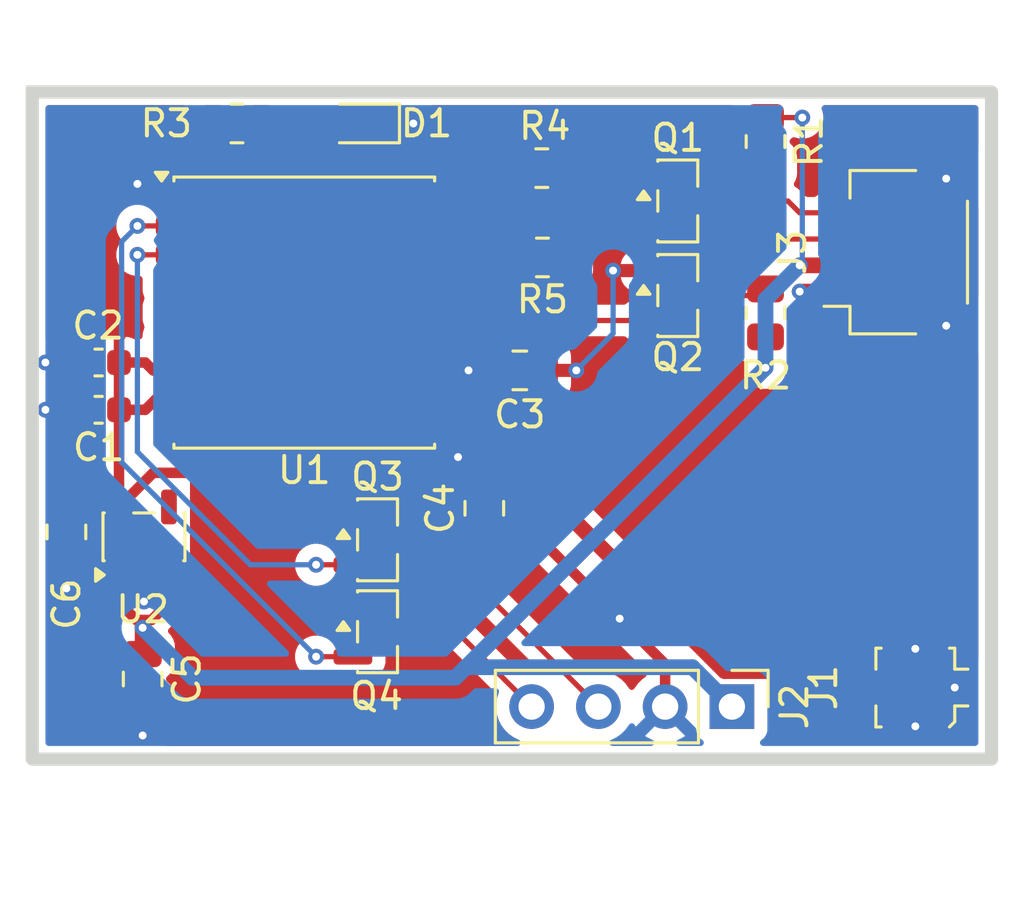
<source format=kicad_pcb>
(kicad_pcb (version 20241229) (generator "pcbnew") (generator_version "9.0")
  (layers (0 "F.Cu" signal) (2 "B.Cu" signal) (13 "F.Paste" user) (15 "B.Paste" user) (5 "F.SilkS" user "F.Silkscreen") (7 "B.SilkS" user "B.Silkscreen") (1 "F.Mask" user) (3 "B.Mask" user) (25 "Edge.Cuts" user))
  (net 0 "")
  (net 1 "GND")
  (net 2 "+3V3")
  (net 3 "/VCC")
  (net 4 "Net-(D1-A)")
  (net 5 "Net-(J1-In)")
  (net 6 "/RX")
  (net 7 "/TX")
  (net 8 "/SDA")
  (net 9 "/SCL")
  (net 10 "/SCL_3V")
  (net 11 "/SDA_3V")
  (net 12 "/RX_3V")
  (net 13 "/TX_3V")
  (footprint "Capacitor_SMD:C_0805_2012Metric" (layer "F.Cu") (at 169.6 104.85 -90)
    (property "Reference" "C6" (at 2.75 0 90) (layer "F.SilkS"))
    (property "Value" "10u")
    (fp_line (start -0.261252 0.735) (end 0.261252 0.735) (stroke (width 0.12)) (layer "F.SilkS"))
    (fp_line (start -0.261252 -0.735) (end 0.261252 -0.735) (stroke (width 0.12)) (layer "F.SilkS"))
    (pad "1" smd roundrect (at -0.95 0 270) (size 1 1.45) (layers "F.Cu" "F.Mask" "F.Paste") (net 2 "+3V3"))
    (pad "2" smd roundrect (at 0.95 0 270) (size 1 1.45) (layers "F.Cu" "F.Mask" "F.Paste") (net 1 "GND"))
  )
  (footprint "Package_TO_SOT_SMD:SOT-23-5" (layer "F.Cu") (at 172.55 105.0375 90)
    (property "Reference" "U2" (at -2.7625 -0.05 180) (layer "F.SilkS"))
    (property "Value" "AP2112K-3.3")
    (fp_line (start 0.91 -1.56) (end 0.91 -1.51) (stroke (width 0.12)) (layer "F.SilkS"))
    (fp_line (start -0.91 -1.56) (end 0.91 -1.56) (stroke (width 0.12)) (layer "F.SilkS"))
    (fp_line (start -0.91 -1.51) (end -0.91 -1.56) (stroke (width 0.12)) (layer "F.SilkS"))
    (fp_line (start 0.91 -0.39) (end 0.91 0.39) (stroke (width 0.12)) (layer "F.SilkS"))
    (fp_line (start 0.91 1.51) (end 0.91 1.56) (stroke (width 0.12)) (layer "F.SilkS"))
    (fp_line (start 0.91 1.56) (end -0.91 1.56) (stroke (width 0.12)) (layer "F.SilkS"))
    (fp_line (start -0.91 1.56) (end -0.91 1.51) (stroke (width 0.12)) (layer "F.SilkS"))
    (fp_poly (pts (xy -1.45 -1.51) (xy -1.69 -1.84) (xy -1.21 -1.84)) (stroke (width 0.12)) (fill yes) (layer "F.SilkS"))
    (pad "1" smd roundrect (at -1.1375 -0.95 90) (size 1.325 0.6) (layers "F.Cu" "F.Mask" "F.Paste") (net 3 "/VCC"))
    (pad "2" smd roundrect (at -1.1375 0 90) (size 1.325 0.6) (layers "F.Cu" "F.Mask" "F.Paste") (net 1 "GND"))
    (pad "3" smd roundrect (at -1.1375 0.95 90) (size 1.325 0.6) (layers "F.Cu" "F.Mask" "F.Paste") (net 3 "/VCC"))
    (pad "4" smd roundrect (at 1.1375 0.95 90) (size 1.325 0.6) (layers "F.Cu" "F.Mask" "F.Paste"))
    (pad "5" smd roundrect (at 1.1375 -0.95 90) (size 1.325 0.6) (layers "F.Cu" "F.Mask" "F.Paste") (net 2 "+3V3"))
  )
  (footprint "Package_TO_SOT_SMD:SOT-23" (layer "F.Cu") (at 192.8625 92.25)
    (property "Reference" "Q1" (at 0 -2.4 0) (layer "F.SilkS"))
    (property "Value" "BSS138")
    (fp_line (start -0.76 -1.56) (end 0.76 -1.56) (stroke (width 0.12)) (layer "F.SilkS"))
    (fp_line (start -0.76 -1.51) (end -0.76 -1.56) (stroke (width 0.12)) (layer "F.SilkS"))
    (fp_line (start -0.76 0.39) (end -0.76 -0.39) (stroke (width 0.12)) (layer "F.SilkS"))
    (fp_line (start -0.76 1.56) (end -0.76 1.51) (stroke (width 0.12)) (layer "F.SilkS"))
    (fp_line (start 0.76 -1.56) (end 0.76 -0.56) (stroke (width 0.12)) (layer "F.SilkS"))
    (fp_line (start 0.76 0.56) (end 0.76 1.56) (stroke (width 0.12)) (layer "F.SilkS"))
    (fp_line (start 0.76 1.56) (end -0.76 1.56) (stroke (width 0.12)) (layer "F.SilkS"))
    (fp_poly (pts (xy -1.3 -0.38) (xy -1.06 -0.05) (xy -1.54 -0.05)) (stroke (width 0.12)) (fill yes) (layer "F.SilkS"))
    (pad "1" smd roundrect (at -0.9375 -0.95) (size 1.475 0.6) (layers "F.Cu" "F.Mask" "F.Paste") (net 2 "+3V3"))
    (pad "2" smd roundrect (at -0.9375 0.95) (size 1.475 0.6) (layers "F.Cu" "F.Mask" "F.Paste") (net 10 "/SCL_3V"))
    (pad "3" smd roundrect (at 0.9375 0) (size 1.475 0.6) (layers "F.Cu" "F.Mask" "F.Paste") (net 9 "/SCL"))
  )
  (footprint "Resistor_SMD:R_0805_2012Metric" (layer "F.Cu") (at 187.6875 91 180)
    (property "Reference" "R4" (at -0.1125 1.6 0) (layer "F.SilkS"))
    (property "Value" "10k")
    (fp_line (start -0.227064 0.735) (end 0.227064 0.735) (stroke (width 0.12)) (layer "F.SilkS"))
    (fp_line (start -0.227064 -0.735) (end 0.227064 -0.735) (stroke (width 0.12)) (layer "F.SilkS"))
    (pad "1" smd roundrect (at -0.9125 0 180) (size 1.025 1.4) (layers "F.Cu" "F.Mask" "F.Paste") (roundrect_rratio 0.243902) (net 2 "+3V3"))
    (pad "2" smd roundrect (at 0.9125 0 180) (size 1.025 1.4) (layers "F.Cu" "F.Mask" "F.Paste") (roundrect_rratio 0.243902) (net 10 "/SCL_3V"))
  )
  (footprint "Capacitor_SMD:C_0603_1608Metric" (layer "F.Cu") (at 170.825 98.4 180)
    (property "Reference" "C2" (at 0.025 1.4 0) (layer "F.SilkS"))
    (property "Value" "100n")
    (fp_line (start -0.14058 0.51) (end 0.14058 0.51) (stroke (width 0.12)) (layer "F.SilkS"))
    (fp_line (start -0.14058 -0.51) (end 0.14058 -0.51) (stroke (width 0.12)) (layer "F.SilkS"))
    (pad "1" smd roundrect (at -0.775 0 180) (size 0.9 0.95) (layers "F.Cu" "F.Mask" "F.Paste") (net 2 "+3V3"))
    (pad "2" smd roundrect (at 0.775 0 180) (size 0.9 0.95) (layers "F.Cu" "F.Mask" "F.Paste") (net 1 "GND"))
  )
  (footprint "Capacitor_SMD:C_0805_2012Metric" (layer "F.Cu") (at 186.85 98.7 180)
    (property "Reference" "C3" (at 0 -1.68 0) (layer "F.SilkS"))
    (property "Value" "10u")
    (fp_line (start -0.261252 0.735) (end 0.261252 0.735) (stroke (width 0.12)) (layer "F.SilkS"))
    (fp_line (start -0.261252 -0.735) (end 0.261252 -0.735) (stroke (width 0.12)) (layer "F.SilkS"))
    (pad "1" smd roundrect (at -0.95 0 180) (size 1 1.45) (layers "F.Cu" "F.Mask" "F.Paste") (net 2 "+3V3"))
    (pad "2" smd roundrect (at 0.95 0 180) (size 1 1.45) (layers "F.Cu" "F.Mask" "F.Paste") (net 1 "GND"))
  )
  (footprint "Package_TO_SOT_SMD:SOT-23" (layer "F.Cu") (at 181.4375 105.15)
    (property "Reference" "Q3" (at 0 -2.4 0) (layer "F.SilkS"))
    (property "Value" "BSS138")
    (fp_line (start -0.76 -1.56) (end 0.76 -1.56) (stroke (width 0.12)) (layer "F.SilkS"))
    (fp_line (start -0.76 -1.51) (end -0.76 -1.56) (stroke (width 0.12)) (layer "F.SilkS"))
    (fp_line (start -0.76 0.39) (end -0.76 -0.39) (stroke (width 0.12)) (layer "F.SilkS"))
    (fp_line (start -0.76 1.56) (end -0.76 1.51) (stroke (width 0.12)) (layer "F.SilkS"))
    (fp_line (start 0.76 -1.56) (end 0.76 -0.56) (stroke (width 0.12)) (layer "F.SilkS"))
    (fp_line (start 0.76 0.56) (end 0.76 1.56) (stroke (width 0.12)) (layer "F.SilkS"))
    (fp_line (start 0.76 1.56) (end -0.76 1.56) (stroke (width 0.12)) (layer "F.SilkS"))
    (fp_poly (pts (xy -1.3 -0.38) (xy -1.06 -0.05) (xy -1.54 -0.05)) (stroke (width 0.12)) (fill yes) (layer "F.SilkS"))
    (pad "1" smd roundrect (at -0.9375 -0.95) (size 1.475 0.6) (layers "F.Cu" "F.Mask" "F.Paste") (net 2 "+3V3"))
    (pad "2" smd roundrect (at -0.9375 0.95) (size 1.475 0.6) (layers "F.Cu" "F.Mask" "F.Paste") (net 12 "/RX_3V"))
    (pad "3" smd roundrect (at 0.9375 0) (size 1.475 0.6) (layers "F.Cu" "F.Mask" "F.Paste") (net 6 "/RX"))
  )
  (footprint "LED_SMD:LED_0603_1608Metric" (layer "F.Cu") (at 180.7875 89.3 180)
    (property "Reference" "D1" (at -2.5125 0 0) (layer "F.SilkS"))
    (property "Value" "LED")
    (fp_line (start 0.8 -0.735) (end -1.485 -0.735) (stroke (width 0.12)) (layer "F.SilkS"))
    (fp_line (start -1.485 0.735) (end 0.8 0.735) (stroke (width 0.12)) (layer "F.SilkS"))
    (fp_line (start -1.485 -0.735) (end -1.485 0.735) (stroke (width 0.12)) (layer "F.SilkS"))
    (pad "1" smd roundrect (at -0.7875 0 180) (size 0.875 0.95) (layers "F.Cu" "F.Mask" "F.Paste") (net 1 "GND"))
    (pad "2" smd roundrect (at 0.7875 0 180) (size 0.875 0.95) (layers "F.Cu" "F.Mask" "F.Paste") (net 4 "Net-(D1-A)"))
  )
  (footprint "Resistor_SMD:R_0805_2012Metric" (layer "F.Cu") (at 187.7125 94.4)
    (property "Reference" "R5" (at 0 1.6 0) (layer "F.SilkS"))
    (property "Value" "10k")
    (fp_line (start -0.227064 -0.735) (end 0.227064 -0.735) (stroke (width 0.12)) (layer "F.SilkS"))
    (fp_line (start -0.227064 0.735) (end 0.227064 0.735) (stroke (width 0.12)) (layer "F.SilkS"))
    (pad "1" smd roundrect (at -0.9125 0) (size 1.025 1.4) (layers "F.Cu" "F.Mask" "F.Paste") (roundrect_rratio 0.243902) (net 11 "/SDA_3V"))
    (pad "2" smd roundrect (at 0.9125 0) (size 1.025 1.4) (layers "F.Cu" "F.Mask" "F.Paste") (roundrect_rratio 0.243902) (net 2 "+3V3"))
  )
  (footprint "Resistor_SMD:R_0805_2012Metric" (layer "F.Cu") (at 196.2 96.5125 -90)
    (property "Reference" "R2" (at 2.3875 0 180) (layer "F.SilkS"))
    (property "Value" "10k")
    (fp_line (start -0.227064 0.735) (end 0.227064 0.735) (stroke (width 0.12)) (layer "F.SilkS"))
    (fp_line (start -0.227064 -0.735) (end 0.227064 -0.735) (stroke (width 0.12)) (layer "F.SilkS"))
    (pad "1" smd roundrect (at -0.9125 0 270) (size 1.025 1.4) (layers "F.Cu" "F.Mask" "F.Paste") (roundrect_rratio 0.243902) (net 8 "/SDA"))
    (pad "2" smd roundrect (at 0.9125 0 270) (size 1.025 1.4) (layers "F.Cu" "F.Mask" "F.Paste") (roundrect_rratio 0.243902) (net 3 "/VCC"))
  )
  (footprint "Package_TO_SOT_SMD:SOT-23" (layer "F.Cu") (at 192.8625 95.85)
    (property "Reference" "Q2" (at 0 2.35 0) (layer "F.SilkS"))
    (property "Value" "BSS138")
    (fp_line (start -0.76 -1.56) (end 0.76 -1.56) (stroke (width 0.12)) (layer "F.SilkS"))
    (fp_line (start -0.76 -1.51) (end -0.76 -1.56) (stroke (width 0.12)) (layer "F.SilkS"))
    (fp_line (start -0.76 0.39) (end -0.76 -0.39) (stroke (width 0.12)) (layer "F.SilkS"))
    (fp_line (start -0.76 1.56) (end -0.76 1.51) (stroke (width 0.12)) (layer "F.SilkS"))
    (fp_line (start 0.76 -1.56) (end 0.76 -0.56) (stroke (width 0.12)) (layer "F.SilkS"))
    (fp_line (start 0.76 0.56) (end 0.76 1.56) (stroke (width 0.12)) (layer "F.SilkS"))
    (fp_line (start 0.76 1.56) (end -0.76 1.56) (stroke (width 0.12)) (layer "F.SilkS"))
    (fp_poly (pts (xy -1.3 -0.38) (xy -1.06 -0.05) (xy -1.54 -0.05)) (stroke (width 0.12)) (fill yes) (layer "F.SilkS"))
    (pad "1" smd roundrect (at -0.9375 -0.95) (size 1.475 0.6) (layers "F.Cu" "F.Mask" "F.Paste") (net 2 "+3V3"))
    (pad "2" smd roundrect (at -0.9375 0.95) (size 1.475 0.6) (layers "F.Cu" "F.Mask" "F.Paste") (net 11 "/SDA_3V"))
    (pad "3" smd roundrect (at 0.9375 0) (size 1.475 0.6) (layers "F.Cu" "F.Mask" "F.Paste") (net 8 "/SDA"))
  )
  (footprint "Resistor_SMD:R_0805_2012Metric" (layer "F.Cu") (at 176.0875 89.3 180)
    (property "Reference" "R3" (at 2.6875 0 0) (layer "F.SilkS"))
    (property "Value" "1k")
    (fp_line (start -0.227064 0.735) (end 0.227064 0.735) (stroke (width 0.12)) (layer "F.SilkS"))
    (fp_line (start -0.227064 -0.735) (end 0.227064 -0.735) (stroke (width 0.12)) (layer "F.SilkS"))
    (pad "1" smd roundrect (at -0.9125 0 180) (size 1.025 1.4) (layers "F.Cu" "F.Mask" "F.Paste") (roundrect_rratio 0.243902) (net 4 "Net-(D1-A)"))
    (pad "2" smd roundrect (at 0.9125 0 180) (size 1.025 1.4) (layers "F.Cu" "F.Mask" "F.Paste") (roundrect_rratio 0.243902) (net 2 "+3V3"))
  )
  (footprint "Connector_PinHeader_2.54mm:PinHeader_1x04_P2.54mm_Vertical" (layer "F.Cu") (at 194.92 111.5 -90)
    (property "Reference" "J2" (at 0 -2.38 90) (layer "F.SilkS"))
    (property "Value" "Conn_01x04_Socket")
    (fp_line (start -1.38 9) (end 1.38 9) (stroke (width 0.12)) (layer "F.SilkS"))
    (fp_line (start -1.38 1.27) (end -1.38 9) (stroke (width 0.12)) (layer "F.SilkS"))
    (fp_line (start -1.38 1.27) (end 1.38 1.27) (stroke (width 0.12)) (layer "F.SilkS"))
    (fp_line (start 1.38 1.27) (end 1.38 9) (stroke (width 0.12)) (layer "F.SilkS"))
    (fp_line (start -1.38 0) (end -1.38 -1.38) (stroke (width 0.12)) (layer "F.SilkS"))
    (fp_line (start -1.38 -1.38) (end 0 -1.38) (stroke (width 0.12)) (layer "F.SilkS"))
    (pad "1" thru_hole rect (at 0 0 270) (size 1.7 1.7) (drill 1) (layers "*.Cu" "*.Mask") (net 3 "/VCC"))
    (pad "2" thru_hole circle (at 0 2.54 270) (size 1.7 1.7) (drill 1) (layers "*.Cu" "*.Mask") (net 1 "GND"))
    (pad "3" thru_hole circle (at 0 5.08 270) (size 1.7 1.7) (drill 1) (layers "*.Cu" "*.Mask") (net 6 "/RX"))
    (pad "4" thru_hole circle (at 0 7.62 270) (size 1.7 1.7) (drill 1) (layers "*.Cu" "*.Mask") (net 7 "/TX"))
  )
  (footprint "Package_TO_SOT_SMD:SOT-23" (layer "F.Cu") (at 181.4375 108.65)
    (property "Reference" "Q4" (at -0.0375 2.45 0) (layer "F.SilkS"))
    (property "Value" "BSS138")
    (fp_line (start -0.76 -1.56) (end 0.76 -1.56) (stroke (width 0.12)) (layer "F.SilkS"))
    (fp_line (start -0.76 -1.51) (end -0.76 -1.56) (stroke (width 0.12)) (layer "F.SilkS"))
    (fp_line (start -0.76 0.39) (end -0.76 -0.39) (stroke (width 0.12)) (layer "F.SilkS"))
    (fp_line (start -0.76 1.56) (end -0.76 1.51) (stroke (width 0.12)) (layer "F.SilkS"))
    (fp_line (start 0.76 -1.56) (end 0.76 -0.56) (stroke (width 0.12)) (layer "F.SilkS"))
    (fp_line (start 0.76 0.56) (end 0.76 1.56) (stroke (width 0.12)) (layer "F.SilkS"))
    (fp_line (start 0.76 1.56) (end -0.76 1.56) (stroke (width 0.12)) (layer "F.SilkS"))
    (fp_poly (pts (xy -1.3 -0.38) (xy -1.06 -0.05) (xy -1.54 -0.05)) (stroke (width 0.12)) (fill yes) (layer "F.SilkS"))
    (pad "1" smd roundrect (at -0.9375 -0.95) (size 1.475 0.6) (layers "F.Cu" "F.Mask" "F.Paste") (net 2 "+3V3"))
    (pad "2" smd roundrect (at -0.9375 0.95) (size 1.475 0.6) (layers "F.Cu" "F.Mask" "F.Paste") (net 13 "/TX_3V"))
    (pad "3" smd roundrect (at 0.9375 0) (size 1.475 0.6) (layers "F.Cu" "F.Mask" "F.Paste") (net 7 "/TX"))
  )
  (footprint "RF_GPS:ublox_MAX" (layer "F.Cu") (at 178.65 96.5)
    (property "Reference" "U1" (at 0 6 0) (layer "F.SilkS"))
    (property "Value" "MAX-M10S")
    (fp_line (start -4.96 -5.16) (end -4.96 -5.01) (stroke (width 0.12)) (layer "F.SilkS"))
    (fp_line (start -4.96 -5.16) (end 4.96 -5.16) (stroke (width 0.12)) (layer "F.SilkS"))
    (fp_line (start -4.96 5.01) (end -4.96 5.16) (stroke (width 0.12)) (layer "F.SilkS"))
    (fp_line (start -4.96 5.16) (end 4.96 5.16) (stroke (width 0.12)) (layer "F.SilkS"))
    (fp_line (start 4.96 -5.16) (end 4.96 -5.01) (stroke (width 0.12)) (layer "F.SilkS"))
    (fp_line (start 4.96 5.01) (end 4.96 5.16) (stroke (width 0.12)) (layer "F.SilkS"))
    (fp_poly (pts (xy -5.43 -5.01) (xy -5.67 -5.34) (xy -5.19 -5.34) (xy -5.43 -5.01)) (stroke (width 0.12)) (fill yes) (layer "F.SilkS"))
    (pad "1" smd roundrect (at -4.75 -4.4) (size 1.8 0.7) (layers "F.Cu" "F.Mask" "F.Paste") (net 1 "GND"))
    (pad "2" smd roundrect (at -4.75 -3.3) (size 1.8 0.8) (layers "F.Cu" "F.Mask" "F.Paste") (net 13 "/TX_3V"))
    (pad "3" smd roundrect (at -4.75 -2.2) (size 1.8 0.8) (layers "F.Cu" "F.Mask" "F.Paste") (net 12 "/RX_3V"))
    (pad "4" smd roundrect (at -4.75 -1.1) (size 1.8 0.8) (layers "F.Cu" "F.Mask" "F.Paste"))
    (pad "5" smd roundrect (at -4.75 0) (size 1.8 0.8) (layers "F.Cu" "F.Mask" "F.Paste"))
    (pad "6" smd roundrect (at -4.75 1.1) (size 1.8 0.8) (layers "F.Cu" "F.Mask" "F.Paste"))
    (pad "7" smd roundrect (at -4.75 2.2) (size 1.8 0.8) (layers "F.Cu" "F.Mask" "F.Paste") (net 2 "+3V3"))
    (pad "8" smd roundrect (at -4.75 3.3) (size 1.8 0.8) (layers "F.Cu" "F.Mask" "F.Paste") (net 2 "+3V3"))
    (pad "9" smd roundrect (at -4.75 4.4) (size 1.8 0.7) (layers "F.Cu" "F.Mask" "F.Paste"))
    (pad "10" smd roundrect (at 4.75 4.4) (size 1.8 0.7) (layers "F.Cu" "F.Mask" "F.Paste") (net 1 "GND"))
    (pad "11" smd roundrect (at 4.75 3.3) (size 1.8 0.8) (layers "F.Cu" "F.Mask" "F.Paste") (net 5 "Net-(J1-In)"))
    (pad "12" smd roundrect (at 4.75 2.2) (size 1.8 0.8) (layers "F.Cu" "F.Mask" "F.Paste") (net 1 "GND"))
    (pad "13" smd roundrect (at 4.75 1.1) (size 1.8 0.8) (layers "F.Cu" "F.Mask" "F.Paste"))
    (pad "14" smd roundrect (at 4.75 0) (size 1.8 0.8) (layers "F.Cu" "F.Mask" "F.Paste"))
    (pad "15" smd roundrect (at 4.75 -1.1) (size 1.8 0.8) (layers "F.Cu" "F.Mask" "F.Paste"))
    (pad "16" smd roundrect (at 4.75 -2.2) (size 1.8 0.8) (layers "F.Cu" "F.Mask" "F.Paste") (net 11 "/SDA_3V"))
    (pad "17" smd roundrect (at 4.75 -3.3) (size 1.8 0.8) (layers "F.Cu" "F.Mask" "F.Paste") (net 10 "/SCL_3V"))
    (pad "18" smd roundrect (at 4.75 -4.4) (size 1.8 0.7) (layers "F.Cu" "F.Mask" "F.Paste"))
  )
  (footprint "Capacitor_SMD:C_0805_2012Metric" (layer "F.Cu") (at 185.5 103.95 90)
    (property "Reference" "C4" (at 0 -1.68 90) (layer "F.SilkS"))
    (property "Value" "10u")
    (fp_line (start -0.261252 -0.735) (end 0.261252 -0.735) (stroke (width 0.12)) (layer "F.SilkS"))
    (fp_line (start -0.261252 0.735) (end 0.261252 0.735) (stroke (width 0.12)) (layer "F.SilkS"))
    (pad "1" smd roundrect (at -0.95 0 90) (size 1 1.45) (layers "F.Cu" "F.Mask" "F.Paste") (net 2 "+3V3"))
    (pad "2" smd roundrect (at 0.95 0 90) (size 1 1.45) (layers "F.Cu" "F.Mask" "F.Paste") (net 1 "GND"))
  )
  (footprint "Resistor_SMD:R_0805_2012Metric" (layer "F.Cu") (at 196.2 89.9875 -90)
    (property "Reference" "R1" (at 0 -1.65 90) (layer "F.SilkS"))
    (property "Value" "10k")
    (fp_line (start -0.227064 0.735) (end 0.227064 0.735) (stroke (width 0.12)) (layer "F.SilkS"))
    (fp_line (start -0.227064 -0.735) (end 0.227064 -0.735) (stroke (width 0.12)) (layer "F.SilkS"))
    (pad "1" smd roundrect (at -0.9125 0 270) (size 1.025 1.4) (layers "F.Cu" "F.Mask" "F.Paste") (roundrect_rratio 0.243902) (net 3 "/VCC"))
    (pad "2" smd roundrect (at 0.9125 0 270) (size 1.025 1.4) (layers "F.Cu" "F.Mask" "F.Paste") (roundrect_rratio 0.243902) (net 9 "/SCL"))
  )
  (footprint "Capacitor_SMD:C_0805_2012Metric" (layer "F.Cu") (at 172.5 110.45 -90)
    (property "Reference" "C5" (at 0 -1.68 90) (layer "F.SilkS"))
    (property "Value" "10u")
    (fp_line (start -0.261252 0.735) (end 0.261252 0.735) (stroke (width 0.12)) (layer "F.SilkS"))
    (fp_line (start -0.261252 -0.735) (end 0.261252 -0.735) (stroke (width 0.12)) (layer "F.SilkS"))
    (pad "1" smd roundrect (at -0.95 0 270) (size 1 1.45) (layers "F.Cu" "F.Mask" "F.Paste") (net 3 "/VCC"))
    (pad "2" smd roundrect (at 0.95 0 270) (size 1 1.45) (layers "F.Cu" "F.Mask" "F.Paste") (net 1 "GND"))
  )
  (footprint "Connector_JST:JST_SH_SM04B-SRSS-TB_1x04-1MP_P1.00mm_Horizontal" (layer "F.Cu") (at 201.2 94.2 90)
    (property "Reference" "J3" (at 0 -3.98 90) (layer "F.SilkS"))
    (property "Value" "Conn_01x04_MountingPin")
    (fp_line (start 3.11 -1.785) (end 2.06 -1.785) (stroke (width 0.12)) (layer "F.SilkS"))
    (fp_line (start -2.06 -1.785) (end -2.06 -2.775) (stroke (width 0.12)) (layer "F.SilkS"))
    (fp_line (start -3.11 -1.785) (end -2.06 -1.785) (stroke (width 0.12)) (layer "F.SilkS"))
    (fp_line (start 3.11 0.715) (end 3.11 -1.785) (stroke (width 0.12)) (layer "F.SilkS"))
    (fp_line (start -3.11 0.715) (end -3.11 -1.785) (stroke (width 0.12)) (layer "F.SilkS"))
    (fp_line (start -1.94 2.685) (end 1.94 2.685) (stroke (width 0.12)) (layer "F.SilkS"))
    (pad "1" smd roundrect (at -1.5 -2 90) (size 0.6 1.55) (layers "F.Cu" "F.Mask" "F.Paste") (net 1 "GND"))
    (pad "2" smd roundrect (at -0.5 -2 90) (size 0.6 1.55) (layers "F.Cu" "F.Mask" "F.Paste") (net 3 "/VCC"))
    (pad "3" smd roundrect (at 0.5 -2 90) (size 0.6 1.55) (layers "F.Cu" "F.Mask" "F.Paste") (net 8 "/SDA"))
    (pad "4" smd roundrect (at 1.5 -2 90) (size 0.6 1.55) (layers "F.Cu" "F.Mask" "F.Paste") (net 9 "/SCL"))
    (pad "MP" smd roundrect (at -2.8 1.875 90) (size 1.2 1.8) (layers "F.Cu" "F.Mask" "F.Paste") (roundrect_rratio 0.208333) (net 1 "GND"))
    (pad "MP" smd roundrect (at 2.8 1.875 90) (size 1.2 1.8) (layers "F.Cu" "F.Mask" "F.Paste") (roundrect_rratio 0.208333) (net 1 "GND"))
  )
  (footprint "Connector_Coaxial:U.FL_Molex_MCRF_73412-0110_Vertical" (layer "F.Cu") (at 201.9 110.775 -90)
    (property "Reference" "J1" (at 0 3.5 90) (layer "F.SilkS"))
    (property "Value" "Conn_Coaxial")
    (fp_line (start -1.5 1.5) (end -1.5 1.3) (stroke (width 0.12)) (layer "F.SilkS"))
    (fp_line (start -0.7 1.5) (end -1.5 1.5) (stroke (width 0.12)) (layer "F.SilkS"))
    (fp_line (start 1.5 1.5) (end 0.7 1.5) (stroke (width 0.12)) (layer "F.SilkS"))
    (fp_line (start 1.5 1.3) (end 1.5 1.5) (stroke (width 0.12)) (layer "F.SilkS"))
    (fp_line (start -1.5 -1.3) (end -1.5 -1.5) (stroke (width 0.12)) (layer "F.SilkS"))
    (fp_line (start -1.5 -1.5) (end -0.7 -1.5) (stroke (width 0.12)) (layer "F.SilkS"))
    (fp_line (start -0.7 -1.5) (end -0.7 -2) (stroke (width 0.12)) (layer "F.SilkS"))
    (fp_line (start 0.7 -1.5) (end 1.3 -1.5) (stroke (width 0.12)) (layer "F.SilkS"))
    (fp_line (start 0.7 -1.5) (end 0.7 -2) (stroke (width 0.12)) (layer "F.SilkS"))
    (fp_line (start 1.3 -1.5) (end 1.5 -1.3) (stroke (width 0.12)) (layer "F.SilkS"))
    (pad "1" smd roundrect (at 0 1.5 90) (size 1 1) (layers "F.Cu" "F.Mask" "F.Paste") (roundrect_rratio 0.1) (net 5 "Net-(J1-In)"))
    (pad "2" smd roundrect (at -1.475 0 90) (size 1.05 2.2) (layers "F.Cu" "F.Mask" "F.Paste") (roundrect_rratio 0.1) (net 1 "GND"))
    (pad "2" smd roundrect (at 0 -1.5 90) (size 1 1) (layers "F.Cu" "F.Mask" "F.Paste") (roundrect_rratio 0.1) (net 1 "GND"))
    (pad "2" smd roundrect (at 1.475 0 90) (size 1.05 2.2) (layers "F.Cu" "F.Mask" "F.Paste") (roundrect_rratio 0.1) (net 1 "GND"))
  )
  (footprint "Capacitor_SMD:C_0603_1608Metric" (layer "F.Cu") (at 170.825 100.2 180)
    (property "Reference" "C1" (at 0 -1.43 0) (layer "F.SilkS"))
    (property "Value" "100n")
    (fp_line (start -0.14058 0.51) (end 0.14058 0.51) (stroke (width 0.12)) (layer "F.SilkS"))
    (fp_line (start -0.14058 -0.51) (end 0.14058 -0.51) (stroke (width 0.12)) (layer "F.SilkS"))
    (pad "1" smd roundrect (at -0.775 0 180) (size 0.9 0.95) (layers "F.Cu" "F.Mask" "F.Paste") (net 2 "+3V3"))
    (pad "2" smd roundrect (at 0.775 0 180) (size 0.9 0.95) (layers "F.Cu" "F.Mask" "F.Paste") (net 1 "GND"))
  )
  (gr_rect (start 168.3 88.1) (end 204.8 113.5) (stroke (width 0.5)) (fill no) (layer "Edge.Cuts"))
  (segment (start 199.2 95.7) (end 197.5 95.7) (width 0.6) (layer "F.Cu") (net 1))
  (segment (start 172.5 112.6) (end 172.5 111.4) (width 0.2) (layer "F.Cu") (net 1))
  (segment (start 172.55 106.175) (end 172.55 107.5) (width 0.4) (layer "F.Cu") (net 1))
  (segment (start 190.65 108.15) (end 192.38 109.88) (width 0.4) (layer "F.Cu") (net 1))
  (segment (start 192.38 109.88) (end 192.38 111.5) (width 0.4) (layer "F.Cu") (net 1))
  (segment (start 172.8 92.1) (end 172.3 91.6) (width 0.4) (layer "F.Cu") (net 1))
  (segment (start 184.9 98.7) (end 183.4 98.7) (width 0.4) (layer "F.Cu") (net 1))
  (segment (start 185.5 103) (end 190.65 108.15) (width 0.4) (layer "F.Cu") (net 1))
  (segment (start 183.4 100.9) (end 184.5 102) (width 0.4) (layer "F.Cu") (net 1))
  (segment (start 173.9 92.1) (end 172.8 92.1) (width 0.4) (layer "F.Cu") (net 1))
  (segment (start 169.6 107) (end 169.6 105.8) (width 0.2) (layer "F.Cu") (net 1))
  (segment (start 181.575 89.3) (end 182.8 89.3) (width 0.2) (layer "F.Cu") (net 1))
  (segment (start 184.5 102) (end 185.5 103) (width 0.4) (layer "F.Cu") (net 1))
  (segment (start 170.05 98.4) (end 168.8 98.4) (width 0.4) (layer "F.Cu") (net 1))
  (segment (start 185.9 98.7) (end 184.9 98.7) (width 0.4) (layer "F.Cu") (net 1))
  (segment (start 170.05 100.2) (end 168.8 100.2) (width 0.4) (layer "F.Cu") (net 1))
  (via (at 168.8 98.4) (size 0.6) (drill 0.3) (layers "F.Cu" "B.Cu") (net 1))
  (via (at 201.9 112.25) (size 0.6) (drill 0.3) (layers "F.Cu" "B.Cu") (net 1))
  (via (at 172.5 112.6) (size 0.6) (drill 0.3) (layers "F.Cu" "B.Cu") (net 1))
  (via (at 203.075 91.4) (size 0.6) (drill 0.3) (layers "F.Cu" "B.Cu") (net 1))
  (via (at 169.6 107) (size 0.6) (drill 0.3) (layers "F.Cu" "B.Cu") (net 1))
  (via (at 190.65 108.15) (size 0.6) (drill 0.3) (layers "F.Cu" "B.Cu") (net 1))
  (via (at 184.5 102) (size 0.6) (drill 0.3) (layers "F.Cu" "B.Cu") (net 1))
  (via (at 184.9 98.7) (size 0.6) (drill 0.3) (layers "F.Cu" "B.Cu") (net 1))
  (via (at 197.5 95.7) (size 0.6) (drill 0.3) (layers "F.Cu" "B.Cu") (net 1))
  (via (at 182.8 89.3) (size 0.6) (drill 0.3) (layers "F.Cu" "B.Cu") (net 1))
  (via (at 203.4 110.775) (size 0.6) (drill 0.3) (layers "F.Cu" "B.Cu") (net 1))
  (via (at 201.9 109.3) (size 0.6) (drill 0.3) (layers "F.Cu" "B.Cu") (net 1))
  (via (at 172.55 107.5) (size 0.6) (drill 0.3) (layers "F.Cu" "B.Cu") (net 1))
  (via (at 203.075 97) (size 0.6) (drill 0.3) (layers "F.Cu" "B.Cu") (net 1))
  (via (at 168.8 100.2) (size 0.6) (drill 0.3) (layers "F.Cu" "B.Cu") (net 1))
  (via (at 172.3 91.6) (size 0.6) (drill 0.3) (layers "F.Cu" "B.Cu") (net 1))
  (segment (start 172.9 102.6) (end 174.5 102.6) (width 0.4) (layer "F.Cu") (net 2))
  (segment (start 172.6 100.2) (end 171.6 100.2) (width 0.4) (layer "F.Cu") (net 2))
  (segment (start 171.6 103.9) (end 169.6 103.9) (width 0.4) (layer "F.Cu") (net 2))
  (segment (start 189 98.7) (end 187.8 98.7) (width 0.2) (layer "F.Cu") (net 2))
  (segment (start 173.9 98.7) (end 172.9 98.7) (width 0.4) (layer "F.Cu") (net 2))
  (segment (start 171.6 98.4) (end 171.6 97) (width 0.4) (layer "F.Cu") (net 2))
  (segment (start 173.9 99.8) (end 173 99.8) (width 0.4) (layer "F.Cu") (net 2))
  (segment (start 172.9 98.7) (end 172.6 98.4) (width 0.4) (layer "F.Cu") (net 2))
  (segment (start 173 99.8) (end 172.6 100.2) (width 0.4) (layer "F.Cu") (net 2))
  (segment (start 171.6 100.2) (end 171.6 103.9) (width 0.4) (layer "F.Cu") (net 2))
  (segment (start 171.6 98.4) (end 171.6 100.2) (width 0.4) (layer "F.Cu") (net 2))
  (segment (start 171.6 103.9) (end 172.9 102.6) (width 0.4) (layer "F.Cu") (net 2))
  (segment (start 172.6 98.4) (end 171.6 98.4) (width 0.4) (layer "F.Cu") (net 2))
  (via (at 190.4 94.9) (size 0.6) (drill 0.3) (layers "F.Cu" "B.Cu") (net 2))
  (via (at 189 98.7) (size 0.6) (drill 0.3) (layers "F.Cu" "B.Cu") (net 2))
  (segment (start 190.4 97.3) (end 190.4 94.9) (width 0.2) (layer "B.Cu") (net 2))
  (segment (start 189 98.7) (end 190.4 97.3) (width 0.2) (layer "B.Cu") (net 2))
  (segment (start 199.2 94.7) (end 197.5 94.7) (width 0.6) (layer "F.Cu") (net 3))
  (segment (start 173.5 107.541) (end 173.5 106.175) (width 0.4) (layer "F.Cu") (net 3))
  (segment (start 172.84 108.201) (end 173.5 107.541) (width 0.4) (layer "F.Cu") (net 3))
  (segment (start 172.26 108.201) (end 172.55 108.201) (width 0.4) (layer "F.Cu") (net 3))
  (segment (start 196.2 97.425) (end 196.2 98.6) (width 0.2) (layer "F.Cu") (net 3))
  (segment (start 172.55 108.201) (end 172.84 108.201) (width 0.4) (layer "F.Cu") (net 3))
  (segment (start 172.55 108.201) (end 172.5 108.251) (width 0.2) (layer "F.Cu") (net 3))
  (segment (start 172.5 108.251) (end 172.5 108.301) (width 0.2) (layer "F.Cu") (net 3))
  (segment (start 196.2 89.075) (end 197.6 89.075) (width 0.2) (layer "F.Cu") (net 3))
  (segment (start 171.6 106.175) (end 171.6 107.541) (width 0.4) (layer "F.Cu") (net 3))
  (segment (start 172.5 109.5) (end 172.5 108.5) (width 0.6) (layer "F.Cu") (net 3))
  (segment (start 171.6 107.541) (end 172.26 108.201) (width 0.4) (layer "F.Cu") (net 3))
  (segment (start 172.5 108.5) (end 172.5 108.301) (width 0.6) (layer "F.Cu") (net 3))
  (via (at 197.6 89.075) (size 0.6) (drill 0.3) (layers "F.Cu" "B.Cu") (net 3))
  (via (at 196.2 98.6) (size 0.6) (drill 0.3) (layers "F.Cu" "B.Cu") (net 3))
  (via (at 197.5 94.7) (size 0.6) (drill 0.3) (layers "F.Cu" "B.Cu") (net 3))
  (via (at 172.5 108.5) (size 0.6) (drill 0.3) (layers "F.Cu" "B.Cu") (net 3))
  (segment (start 184.8 110) (end 193.42 110) (width 0.6) (layer "B.Cu") (net 3))
  (segment (start 184.8 110) (end 184.4 110.4) (width 0.6) (layer "B.Cu") (net 3))
  (segment (start 196.2 98.6) (end 184.8 110) (width 0.6) (layer "B.Cu") (net 3))
  (segment (start 196.2 96) (end 197.5 94.7) (width 0.6) (layer "B.Cu") (net 3))
  (segment (start 174.4 110.4) (end 172.5 108.5) (width 0.6) (layer "B.Cu") (net 3))
  (segment (start 193.42 110) (end 194.92 111.5) (width 0.6) (layer "B.Cu") (net 3))
  (segment (start 184.4 110.4) (end 174.4 110.4) (width 0.6) (layer "B.Cu") (net 3))
  (segment (start 196.2 98.6) (end 196.2 96) (width 0.6) (layer "B.Cu") (net 3))
  (segment (start 184.4 110.4) (end 184.8 110) (width 0.6) (layer "B.Cu") (net 3))
  (segment (start 197.6 89.075) (end 197.6 94.6) (width 0.2) (layer "B.Cu") (net 3))
  (segment (start 197.6 94.6) (end 197.5 94.7) (width 0.2) (layer "B.Cu") (net 3))
  (segment (start 177 89.3) (end 180 89.3) (width 0.2) (layer "F.Cu") (net 4))
  (segment (start 184.3 99.8) (end 194.649 110.149) (width 0.6) (layer "F.Cu") (net 5))
  (segment (start 194.649 110.149) (end 199.774 110.149) (width 0.6) (layer "F.Cu") (net 5))
  (segment (start 199.774 110.149) (end 200.4 110.775) (width 0.6) (layer "F.Cu") (net 5))
  (segment (start 183.4 99.8) (end 184.3 99.8) (width 0.6) (layer "F.Cu") (net 5))
  (segment (start 183.49 105.15) (end 189.84 111.5) (width 0.2) (layer "F.Cu") (net 6))
  (segment (start 182.375 105.15) (end 183.49 105.15) (width 0.2) (layer "F.Cu") (net 6))
  (segment (start 182.375 108.65) (end 184.45 108.65) (width 0.2) (layer "F.Cu") (net 7))
  (segment (start 184.45 108.65) (end 187.3 111.5) (width 0.2) (layer "F.Cu") (net 7))
  (segment (start 193.8 95.85) (end 195.025 94.625) (width 0.2) (layer "F.Cu") (net 8))
  (segment (start 195.025 94.625) (end 195.95 93.7) (width 0.2) (layer "F.Cu") (net 8))
  (segment (start 195.95 93.7) (end 199.2 93.7) (width 0.2) (layer "F.Cu") (net 8))
  (segment (start 193.8 95.85) (end 195.95 95.85) (width 0.2) (layer "F.Cu") (net 8))
  (segment (start 195.95 95.85) (end 196.2 95.6) (width 0.2) (layer "F.Cu") (net 8))
  (segment (start 197.05 92.25) (end 197.5 92.7) (width 0.2) (layer "F.Cu") (net 9))
  (segment (start 196.2 90.9) (end 195.15 90.9) (width 0.2) (layer "F.Cu") (net 9))
  (segment (start 193.8 92.25) (end 197.05 92.25) (width 0.2) (layer "F.Cu") (net 9))
  (segment (start 195.15 90.9) (end 193.8 92.25) (width 0.2) (layer "F.Cu") (net 9))
  (segment (start 197.5 92.7) (end 199.2 92.7) (width 0.2) (layer "F.Cu") (net 9))
  (segment (start 186.775 91.825) (end 186.775 91) (width 0.2) (layer "F.Cu") (net 10))
  (segment (start 185.4 93.2) (end 183.4 93.2) (width 0.2) (layer "F.Cu") (net 10))
  (segment (start 183.4 93.2) (end 185.4 93.2) (width 0.2) (layer "F.Cu") (net 10))
  (segment (start 191.925 93.2) (end 185.4 93.2) (width 0.2) (layer "F.Cu") (net 10))
  (segment (start 185.4 93.2) (end 186.775 91.825) (width 0.2) (layer "F.Cu") (net 10))
  (segment (start 183.4 94.3) (end 184.6 94.3) (width 0.2) (layer "F.Cu") (net 11))
  (segment (start 184.7 94.3) (end 185.9 94.3) (width 0.2) (layer "F.Cu") (net 11))
  (segment (start 184.6 94.3) (end 184.7 94.3) (width 0.2) (layer "F.Cu") (net 11))
  (segment (start 185.9 94.3) (end 186 94.4) (width 0.2) (layer "F.Cu") (net 11))
  (segment (start 187.2 96.8) (end 191.925 96.8) (width 0.2) (layer "F.Cu") (net 11))
  (segment (start 184.6 94.3) (end 184.7 94.3) (width 0.2) (layer "F.Cu") (net 11))
  (segment (start 186 94.4) (end 186.8 94.4) (width 0.2) (layer "F.Cu") (net 11))
  (segment (start 184.7 94.3) (end 187.2 96.8) (width 0.2) (layer "F.Cu") (net 11))
  (segment (start 173.9 94.3) (end 172.3 94.3) (width 0.2) (layer "F.Cu") (net 12))
  (segment (start 180.5 106.1) (end 179.1 106.1) (width 0.2) (layer "F.Cu") (net 12))
  (via (at 172.3 94.3) (size 0.6) (drill 0.3) (layers "F.Cu" "B.Cu") (net 12))
  (via (at 179.1 106.1) (size 0.6) (drill 0.3) (layers "F.Cu" "B.Cu") (net 12))
  (segment (start 172.3 101.8) (end 172.3 94.3) (width 0.2) (layer "B.Cu") (net 12))
  (segment (start 179.1 106.1) (end 176.6 106.1) (width 0.2) (layer "B.Cu") (net 12))
  (segment (start 176.6 106.1) (end 172.3 101.8) (width 0.2) (layer "B.Cu") (net 12))
  (segment (start 173.9 93.2) (end 172.3 93.2) (width 0.2) (layer "F.Cu") (net 13))
  (segment (start 180.5 109.6) (end 179.1 109.6) (width 0.2) (layer "F.Cu") (net 13))
  (via (at 179.1 109.6) (size 0.6) (drill 0.3) (layers "F.Cu" "B.Cu") (net 13))
  (via (at 172.3 93.2) (size 0.6) (drill 0.3) (layers "F.Cu" "B.Cu") (net 13))
  (segment (start 179.1 109.6) (end 171.699 102.199) (width 0.2) (layer "B.Cu") (net 13))
  (segment (start 171.699 102.199) (end 171.699 93.801) (width 0.2) (layer "B.Cu") (net 13))
  (segment (start 171.699 93.801) (end 172.3 93.2) (width 0.2) (layer "B.Cu") (net 13))
  (zone (net 2) (net_name "+3V3") (layer "F.Cu") (name "GND") (priority 1) (connect_pads (clearance 0.5)) (min_thickness 0.25) (fill yes (thermal_gap 0.5) (thermal_bridge_width 0.5))
    (polygon (pts (xy 168.5 88.2) (xy 204.6 88.4) (xy 204.6 113.5) (xy 168.5 113.3)))
  )
  (zone (net 0) (net_name "") (layer "F.Cu") (name "GND") (connect_pads (clearance 0)) (min_thickness 0.25)
    (keepout (tracks allowed) (vias allowed) (pads allowed) (copperpour not_allowed) (footprints allowed))
    (fill (thermal_gap 0.5) (thermal_bridge_width 0.5))
    (polygon (pts (xy 168.5 106.2) (xy 168.5 97.7) (xy 172.711214 97.500105) (xy 172.8 91.2) (xy 184.6 91.2) (xy 184.6 101.8) (xy 174.3 101.895799) (xy 174.3 106)))
  )
  (zone (net 1) (net_name "GND") (layer "B.Cu") (name "GND") (connect_pads (clearance 0.5)) (min_thickness 0.25) (fill yes (thermal_gap 0.5) (thermal_bridge_width 0.5))
    (polygon (pts (xy 168.5 88.5) (xy 204.6 88.3) (xy 204.6 113.3) (xy 168.5 113.5)))
  )
)
</source>
